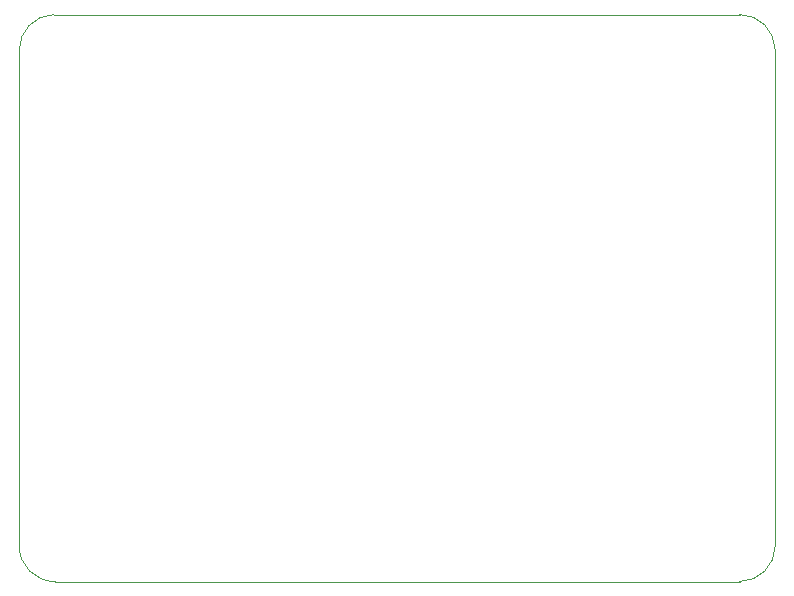
<source format=gbr>
%TF.GenerationSoftware,KiCad,Pcbnew,9.0.6*%
%TF.CreationDate,2025-12-10T21:10:53-05:00*%
%TF.ProjectId,portiloop,706f7274-696c-46f6-9f70-2e6b69636164,2.3*%
%TF.SameCoordinates,Original*%
%TF.FileFunction,Profile,NP*%
%FSLAX46Y46*%
G04 Gerber Fmt 4.6, Leading zero omitted, Abs format (unit mm)*
G04 Created by KiCad (PCBNEW 9.0.6) date 2025-12-10 21:10:53*
%MOMM*%
%LPD*%
G01*
G04 APERTURE LIST*
%TA.AperFunction,Profile*%
%ADD10C,0.050000*%
%TD*%
G04 APERTURE END LIST*
D10*
X132119858Y-37637474D02*
G75*
G02*
X135119480Y-40620850I-358J-3000026D01*
G01*
X74183912Y-85637987D02*
G75*
G02*
X71119062Y-82570849I-64412J3000487D01*
G01*
X135119510Y-40620927D02*
X135119090Y-82637510D01*
X132119860Y-85637770D02*
X74183911Y-85637939D01*
X71118238Y-40645963D02*
G75*
G02*
X74019510Y-37637942I3001252J8423D01*
G01*
X71119094Y-82570850D02*
X71119090Y-40646310D01*
X135119090Y-82637510D02*
G75*
G02*
X132119860Y-85637090I-2999590J10D01*
G01*
X74023016Y-37637942D02*
X132119520Y-37637940D01*
M02*

</source>
